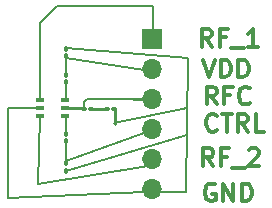
<source format=gbr>
%TF.GenerationSoftware,KiCad,Pcbnew,7.0.5-0*%
%TF.CreationDate,2024-06-02T14:54:17-07:00*%
%TF.ProjectId,4259_63,34323539-5f36-4332-9e6b-696361645f70,rev?*%
%TF.SameCoordinates,Original*%
%TF.FileFunction,Copper,L1,Top*%
%TF.FilePolarity,Positive*%
%FSLAX46Y46*%
G04 Gerber Fmt 4.6, Leading zero omitted, Abs format (unit mm)*
G04 Created by KiCad (PCBNEW 7.0.5-0) date 2024-06-02 14:54:17*
%MOMM*%
%LPD*%
G01*
G04 APERTURE LIST*
G04 Aperture macros list*
%AMRoundRect*
0 Rectangle with rounded corners*
0 $1 Rounding radius*
0 $2 $3 $4 $5 $6 $7 $8 $9 X,Y pos of 4 corners*
0 Add a 4 corners polygon primitive as box body*
4,1,4,$2,$3,$4,$5,$6,$7,$8,$9,$2,$3,0*
0 Add four circle primitives for the rounded corners*
1,1,$1+$1,$2,$3*
1,1,$1+$1,$4,$5*
1,1,$1+$1,$6,$7*
1,1,$1+$1,$8,$9*
0 Add four rect primitives between the rounded corners*
20,1,$1+$1,$2,$3,$4,$5,0*
20,1,$1+$1,$4,$5,$6,$7,0*
20,1,$1+$1,$6,$7,$8,$9,0*
20,1,$1+$1,$8,$9,$2,$3,0*%
G04 Aperture macros list end*
%TA.AperFunction,NonConductor*%
%ADD10C,0.200000*%
%TD*%
%ADD11C,0.300000*%
%TA.AperFunction,NonConductor*%
%ADD12C,0.300000*%
%TD*%
%TA.AperFunction,SMDPad,CuDef*%
%ADD13RoundRect,0.100000X0.100000X-0.130000X0.100000X0.130000X-0.100000X0.130000X-0.100000X-0.130000X0*%
%TD*%
%TA.AperFunction,SMDPad,CuDef*%
%ADD14RoundRect,0.100000X-0.100000X0.130000X-0.100000X-0.130000X0.100000X-0.130000X0.100000X0.130000X0*%
%TD*%
%TA.AperFunction,SMDPad,CuDef*%
%ADD15RoundRect,0.100000X-0.130000X-0.100000X0.130000X-0.100000X0.130000X0.100000X-0.130000X0.100000X0*%
%TD*%
%TA.AperFunction,SMDPad,CuDef*%
%ADD16R,0.787400X0.355600*%
%TD*%
%TA.AperFunction,ComponentPad*%
%ADD17R,1.700000X1.700000*%
%TD*%
%TA.AperFunction,ComponentPad*%
%ADD18O,1.700000X1.700000*%
%TD*%
%TA.AperFunction,Conductor*%
%ADD19C,0.200000*%
%TD*%
%TA.AperFunction,Conductor*%
%ADD20C,0.250000*%
%TD*%
G04 APERTURE END LIST*
D10*
X125400000Y-83600000D02*
X136900000Y-83100000D01*
X130300000Y-81300000D02*
X140600000Y-78300000D01*
X130300000Y-75300000D02*
X130300000Y-74000000D01*
X130300000Y-70900000D02*
X140700000Y-71800000D01*
X130300000Y-80500000D02*
X136900000Y-78100000D01*
X137700000Y-67400000D02*
X137700000Y-69700000D01*
X134400000Y-77300000D02*
X140600000Y-76000000D01*
X140700000Y-71800000D02*
X140500000Y-83100000D01*
X130300000Y-73100000D02*
X130300000Y-71800000D01*
X125400000Y-76000000D02*
X125400000Y-83600000D01*
X140500000Y-83100000D02*
X138300000Y-83100000D01*
X130300000Y-76700000D02*
X130300000Y-78000000D01*
X128100000Y-76700000D02*
X128000000Y-82400000D01*
X130300000Y-79000000D02*
X130300000Y-80500000D01*
X128000000Y-76000000D02*
X125400000Y-76000000D01*
X130300000Y-71800000D02*
X136900000Y-72800000D01*
X128000000Y-82400000D02*
X137300000Y-80900000D01*
D11*
D12*
X143111653Y-77857971D02*
X143040225Y-77929400D01*
X143040225Y-77929400D02*
X142825939Y-78000828D01*
X142825939Y-78000828D02*
X142683082Y-78000828D01*
X142683082Y-78000828D02*
X142468796Y-77929400D01*
X142468796Y-77929400D02*
X142325939Y-77786542D01*
X142325939Y-77786542D02*
X142254510Y-77643685D01*
X142254510Y-77643685D02*
X142183082Y-77357971D01*
X142183082Y-77357971D02*
X142183082Y-77143685D01*
X142183082Y-77143685D02*
X142254510Y-76857971D01*
X142254510Y-76857971D02*
X142325939Y-76715114D01*
X142325939Y-76715114D02*
X142468796Y-76572257D01*
X142468796Y-76572257D02*
X142683082Y-76500828D01*
X142683082Y-76500828D02*
X142825939Y-76500828D01*
X142825939Y-76500828D02*
X143040225Y-76572257D01*
X143040225Y-76572257D02*
X143111653Y-76643685D01*
X143540225Y-76500828D02*
X144397368Y-76500828D01*
X143968796Y-78000828D02*
X143968796Y-76500828D01*
X145754510Y-78000828D02*
X145254510Y-77286542D01*
X144897367Y-78000828D02*
X144897367Y-76500828D01*
X144897367Y-76500828D02*
X145468796Y-76500828D01*
X145468796Y-76500828D02*
X145611653Y-76572257D01*
X145611653Y-76572257D02*
X145683082Y-76643685D01*
X145683082Y-76643685D02*
X145754510Y-76786542D01*
X145754510Y-76786542D02*
X145754510Y-77000828D01*
X145754510Y-77000828D02*
X145683082Y-77143685D01*
X145683082Y-77143685D02*
X145611653Y-77215114D01*
X145611653Y-77215114D02*
X145468796Y-77286542D01*
X145468796Y-77286542D02*
X144897367Y-77286542D01*
X147111653Y-78000828D02*
X146397367Y-78000828D01*
X146397367Y-78000828D02*
X146397367Y-76500828D01*
D11*
D12*
X142811653Y-80900828D02*
X142311653Y-80186542D01*
X141954510Y-80900828D02*
X141954510Y-79400828D01*
X141954510Y-79400828D02*
X142525939Y-79400828D01*
X142525939Y-79400828D02*
X142668796Y-79472257D01*
X142668796Y-79472257D02*
X142740225Y-79543685D01*
X142740225Y-79543685D02*
X142811653Y-79686542D01*
X142811653Y-79686542D02*
X142811653Y-79900828D01*
X142811653Y-79900828D02*
X142740225Y-80043685D01*
X142740225Y-80043685D02*
X142668796Y-80115114D01*
X142668796Y-80115114D02*
X142525939Y-80186542D01*
X142525939Y-80186542D02*
X141954510Y-80186542D01*
X143954510Y-80115114D02*
X143454510Y-80115114D01*
X143454510Y-80900828D02*
X143454510Y-79400828D01*
X143454510Y-79400828D02*
X144168796Y-79400828D01*
X144383082Y-81043685D02*
X145525939Y-81043685D01*
X145811653Y-79543685D02*
X145883081Y-79472257D01*
X145883081Y-79472257D02*
X146025939Y-79400828D01*
X146025939Y-79400828D02*
X146383081Y-79400828D01*
X146383081Y-79400828D02*
X146525939Y-79472257D01*
X146525939Y-79472257D02*
X146597367Y-79543685D01*
X146597367Y-79543685D02*
X146668796Y-79686542D01*
X146668796Y-79686542D02*
X146668796Y-79829400D01*
X146668796Y-79829400D02*
X146597367Y-80043685D01*
X146597367Y-80043685D02*
X145740224Y-80900828D01*
X145740224Y-80900828D02*
X146668796Y-80900828D01*
D11*
D12*
X141940225Y-71900828D02*
X142440225Y-73400828D01*
X142440225Y-73400828D02*
X142940225Y-71900828D01*
X143440224Y-73400828D02*
X143440224Y-71900828D01*
X143440224Y-71900828D02*
X143797367Y-71900828D01*
X143797367Y-71900828D02*
X144011653Y-71972257D01*
X144011653Y-71972257D02*
X144154510Y-72115114D01*
X144154510Y-72115114D02*
X144225939Y-72257971D01*
X144225939Y-72257971D02*
X144297367Y-72543685D01*
X144297367Y-72543685D02*
X144297367Y-72757971D01*
X144297367Y-72757971D02*
X144225939Y-73043685D01*
X144225939Y-73043685D02*
X144154510Y-73186542D01*
X144154510Y-73186542D02*
X144011653Y-73329400D01*
X144011653Y-73329400D02*
X143797367Y-73400828D01*
X143797367Y-73400828D02*
X143440224Y-73400828D01*
X144940224Y-73400828D02*
X144940224Y-71900828D01*
X144940224Y-71900828D02*
X145297367Y-71900828D01*
X145297367Y-71900828D02*
X145511653Y-71972257D01*
X145511653Y-71972257D02*
X145654510Y-72115114D01*
X145654510Y-72115114D02*
X145725939Y-72257971D01*
X145725939Y-72257971D02*
X145797367Y-72543685D01*
X145797367Y-72543685D02*
X145797367Y-72757971D01*
X145797367Y-72757971D02*
X145725939Y-73043685D01*
X145725939Y-73043685D02*
X145654510Y-73186542D01*
X145654510Y-73186542D02*
X145511653Y-73329400D01*
X145511653Y-73329400D02*
X145297367Y-73400828D01*
X145297367Y-73400828D02*
X144940224Y-73400828D01*
D11*
D12*
X142940225Y-82472257D02*
X142797368Y-82400828D01*
X142797368Y-82400828D02*
X142583082Y-82400828D01*
X142583082Y-82400828D02*
X142368796Y-82472257D01*
X142368796Y-82472257D02*
X142225939Y-82615114D01*
X142225939Y-82615114D02*
X142154510Y-82757971D01*
X142154510Y-82757971D02*
X142083082Y-83043685D01*
X142083082Y-83043685D02*
X142083082Y-83257971D01*
X142083082Y-83257971D02*
X142154510Y-83543685D01*
X142154510Y-83543685D02*
X142225939Y-83686542D01*
X142225939Y-83686542D02*
X142368796Y-83829400D01*
X142368796Y-83829400D02*
X142583082Y-83900828D01*
X142583082Y-83900828D02*
X142725939Y-83900828D01*
X142725939Y-83900828D02*
X142940225Y-83829400D01*
X142940225Y-83829400D02*
X143011653Y-83757971D01*
X143011653Y-83757971D02*
X143011653Y-83257971D01*
X143011653Y-83257971D02*
X142725939Y-83257971D01*
X143654510Y-83900828D02*
X143654510Y-82400828D01*
X143654510Y-82400828D02*
X144511653Y-83900828D01*
X144511653Y-83900828D02*
X144511653Y-82400828D01*
X145225939Y-83900828D02*
X145225939Y-82400828D01*
X145225939Y-82400828D02*
X145583082Y-82400828D01*
X145583082Y-82400828D02*
X145797368Y-82472257D01*
X145797368Y-82472257D02*
X145940225Y-82615114D01*
X145940225Y-82615114D02*
X146011654Y-82757971D01*
X146011654Y-82757971D02*
X146083082Y-83043685D01*
X146083082Y-83043685D02*
X146083082Y-83257971D01*
X146083082Y-83257971D02*
X146011654Y-83543685D01*
X146011654Y-83543685D02*
X145940225Y-83686542D01*
X145940225Y-83686542D02*
X145797368Y-83829400D01*
X145797368Y-83829400D02*
X145583082Y-83900828D01*
X145583082Y-83900828D02*
X145225939Y-83900828D01*
D11*
D12*
X142711653Y-70800828D02*
X142211653Y-70086542D01*
X141854510Y-70800828D02*
X141854510Y-69300828D01*
X141854510Y-69300828D02*
X142425939Y-69300828D01*
X142425939Y-69300828D02*
X142568796Y-69372257D01*
X142568796Y-69372257D02*
X142640225Y-69443685D01*
X142640225Y-69443685D02*
X142711653Y-69586542D01*
X142711653Y-69586542D02*
X142711653Y-69800828D01*
X142711653Y-69800828D02*
X142640225Y-69943685D01*
X142640225Y-69943685D02*
X142568796Y-70015114D01*
X142568796Y-70015114D02*
X142425939Y-70086542D01*
X142425939Y-70086542D02*
X141854510Y-70086542D01*
X143854510Y-70015114D02*
X143354510Y-70015114D01*
X143354510Y-70800828D02*
X143354510Y-69300828D01*
X143354510Y-69300828D02*
X144068796Y-69300828D01*
X144283082Y-70943685D02*
X145425939Y-70943685D01*
X146568796Y-70800828D02*
X145711653Y-70800828D01*
X146140224Y-70800828D02*
X146140224Y-69300828D01*
X146140224Y-69300828D02*
X145997367Y-69515114D01*
X145997367Y-69515114D02*
X145854510Y-69657971D01*
X145854510Y-69657971D02*
X145711653Y-69729400D01*
D11*
D12*
X143111653Y-75700828D02*
X142611653Y-74986542D01*
X142254510Y-75700828D02*
X142254510Y-74200828D01*
X142254510Y-74200828D02*
X142825939Y-74200828D01*
X142825939Y-74200828D02*
X142968796Y-74272257D01*
X142968796Y-74272257D02*
X143040225Y-74343685D01*
X143040225Y-74343685D02*
X143111653Y-74486542D01*
X143111653Y-74486542D02*
X143111653Y-74700828D01*
X143111653Y-74700828D02*
X143040225Y-74843685D01*
X143040225Y-74843685D02*
X142968796Y-74915114D01*
X142968796Y-74915114D02*
X142825939Y-74986542D01*
X142825939Y-74986542D02*
X142254510Y-74986542D01*
X144254510Y-74915114D02*
X143754510Y-74915114D01*
X143754510Y-75700828D02*
X143754510Y-74200828D01*
X143754510Y-74200828D02*
X144468796Y-74200828D01*
X145897367Y-75557971D02*
X145825939Y-75629400D01*
X145825939Y-75629400D02*
X145611653Y-75700828D01*
X145611653Y-75700828D02*
X145468796Y-75700828D01*
X145468796Y-75700828D02*
X145254510Y-75629400D01*
X145254510Y-75629400D02*
X145111653Y-75486542D01*
X145111653Y-75486542D02*
X145040224Y-75343685D01*
X145040224Y-75343685D02*
X144968796Y-75057971D01*
X144968796Y-75057971D02*
X144968796Y-74843685D01*
X144968796Y-74843685D02*
X145040224Y-74557971D01*
X145040224Y-74557971D02*
X145111653Y-74415114D01*
X145111653Y-74415114D02*
X145254510Y-74272257D01*
X145254510Y-74272257D02*
X145468796Y-74200828D01*
X145468796Y-74200828D02*
X145611653Y-74200828D01*
X145611653Y-74200828D02*
X145825939Y-74272257D01*
X145825939Y-74272257D02*
X145897367Y-74343685D01*
D13*
%TO.P,REF\u002A\u002A,1*%
%TO.N,N/C*%
X130300000Y-71620000D03*
%TO.P,REF\u002A\u002A,2*%
X130300000Y-70980000D03*
%TD*%
D14*
%TO.P,REF\u002A\u002A,1*%
%TO.N,N/C*%
X130300000Y-78180000D03*
%TO.P,REF\u002A\u002A,2*%
X130300000Y-78820000D03*
%TD*%
D13*
%TO.P,REF\u002A\u002A,1*%
%TO.N,N/C*%
X130300000Y-73820000D03*
%TO.P,REF\u002A\u002A,2*%
X130300000Y-73180000D03*
%TD*%
D15*
%TO.P,REF\u002A\u002A,1*%
%TO.N,N/C*%
X133800215Y-76079182D03*
%TO.P,REF\u002A\u002A,2*%
X134440215Y-76079182D03*
%TD*%
%TO.P,REF\u002A\u002A,1*%
%TO.N,N/C*%
X131831837Y-76090560D03*
%TO.P,REF\u002A\u002A,2*%
X132471837Y-76090560D03*
%TD*%
D16*
%TO.P,REF\u002A\u002A,1*%
%TO.N,N/C*%
X128160915Y-75360916D03*
%TO.P,REF\u002A\u002A,2*%
X128160915Y-76010915D03*
%TO.P,REF\u002A\u002A,3*%
X128160915Y-76660914D03*
%TO.P,REF\u002A\u002A,4*%
X130294515Y-76660914D03*
%TO.P,REF\u002A\u002A,5*%
X130294515Y-76010915D03*
%TO.P,REF\u002A\u002A,6*%
X130294515Y-75360916D03*
%TD*%
D14*
%TO.P,REF\u002A\u002A,1*%
%TO.N,N/C*%
X130300000Y-80680000D03*
%TO.P,REF\u002A\u002A,2*%
X130300000Y-81320000D03*
%TD*%
D17*
%TO.P,REF\u002A\u002A,1*%
%TO.N,N/C*%
X137600000Y-70200000D03*
D18*
%TO.P,REF\u002A\u002A,2*%
X137600000Y-72740000D03*
%TO.P,REF\u002A\u002A,3*%
X137600000Y-75280000D03*
%TO.P,REF\u002A\u002A,4*%
X137600000Y-77820000D03*
%TO.P,REF\u002A\u002A,5*%
X137600000Y-80360000D03*
%TO.P,REF\u002A\u002A,6*%
X137600000Y-82900000D03*
%TD*%
D19*
%TO.N,*%
X131831837Y-75536045D02*
X132126132Y-75241750D01*
X129600000Y-67400000D02*
X137700000Y-67400000D01*
X128160915Y-68839085D02*
X129600000Y-67400000D01*
D20*
X132550335Y-76096931D02*
X133782294Y-76096931D01*
D19*
X132126132Y-75241750D02*
X136426130Y-75241750D01*
D20*
X130460560Y-76012617D02*
X131692519Y-76012617D01*
X134456803Y-77339241D02*
X134456803Y-76107282D01*
X136008139Y-75230342D02*
X137240098Y-75230342D01*
D19*
X128160915Y-75360916D02*
X128160915Y-68839085D01*
X131831837Y-76090560D02*
X131831837Y-75536045D01*
%TD*%
M02*

</source>
